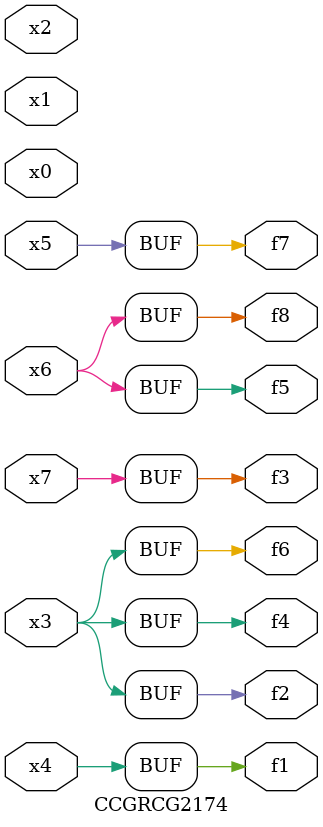
<source format=v>
module CCGRCG2174(
	input x0, x1, x2, x3, x4, x5, x6, x7,
	output f1, f2, f3, f4, f5, f6, f7, f8
);
	assign f1 = x4;
	assign f2 = x3;
	assign f3 = x7;
	assign f4 = x3;
	assign f5 = x6;
	assign f6 = x3;
	assign f7 = x5;
	assign f8 = x6;
endmodule

</source>
